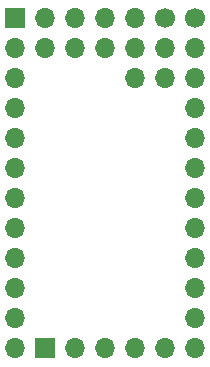
<source format=gbr>
%TF.GenerationSoftware,KiCad,Pcbnew,8.0.5*%
%TF.CreationDate,2025-07-05T09:51:00+01:00*%
%TF.ProjectId,sdrr rev f,73647272-2072-4657-9620-662e6b696361,rev?*%
%TF.SameCoordinates,Original*%
%TF.FileFunction,Soldermask,Bot*%
%TF.FilePolarity,Negative*%
%FSLAX46Y46*%
G04 Gerber Fmt 4.6, Leading zero omitted, Abs format (unit mm)*
G04 Created by KiCad (PCBNEW 8.0.5) date 2025-07-05 09:51:00*
%MOMM*%
%LPD*%
G01*
G04 APERTURE LIST*
%ADD10C,1.700000*%
%ADD11O,1.700000X1.700000*%
%ADD12R,1.700000X1.700000*%
G04 APERTURE END LIST*
D10*
%TO.C,J2*%
X114300000Y-31750000D03*
D11*
X114300000Y-34290000D03*
X111760000Y-31750000D03*
X111760000Y-34290000D03*
X109220000Y-31750000D03*
X109220000Y-34290000D03*
X106680000Y-31750000D03*
X106680000Y-34290000D03*
X104140000Y-31750000D03*
X104140000Y-34290000D03*
%TD*%
D12*
%TO.C,U2*%
X101600000Y-31750000D03*
D11*
X101600000Y-34290000D03*
X101600000Y-36830000D03*
X101600000Y-39370000D03*
X101600000Y-41910000D03*
X101600000Y-44450000D03*
X101600000Y-46990000D03*
X101600000Y-49530000D03*
X101600000Y-52070000D03*
X101600000Y-54610000D03*
X101600000Y-57150000D03*
X101600000Y-59690000D03*
X116840000Y-59690000D03*
X116840000Y-57150000D03*
X116840000Y-54610000D03*
X116840000Y-52070000D03*
X116840000Y-49530000D03*
X116840000Y-46990000D03*
X116840000Y-44450000D03*
X116840000Y-41910000D03*
X116840000Y-39370000D03*
X116840000Y-36830000D03*
X116840000Y-34290000D03*
D10*
X116840000Y-31750000D03*
%TD*%
D11*
%TO.C,J3*%
X114300000Y-36830000D03*
X111760000Y-36830000D03*
%TD*%
D12*
%TO.C,J1*%
X104140000Y-59690000D03*
D11*
X106680000Y-59690000D03*
X109220000Y-59690000D03*
X111760000Y-59690000D03*
X114300000Y-59690000D03*
%TD*%
M02*

</source>
